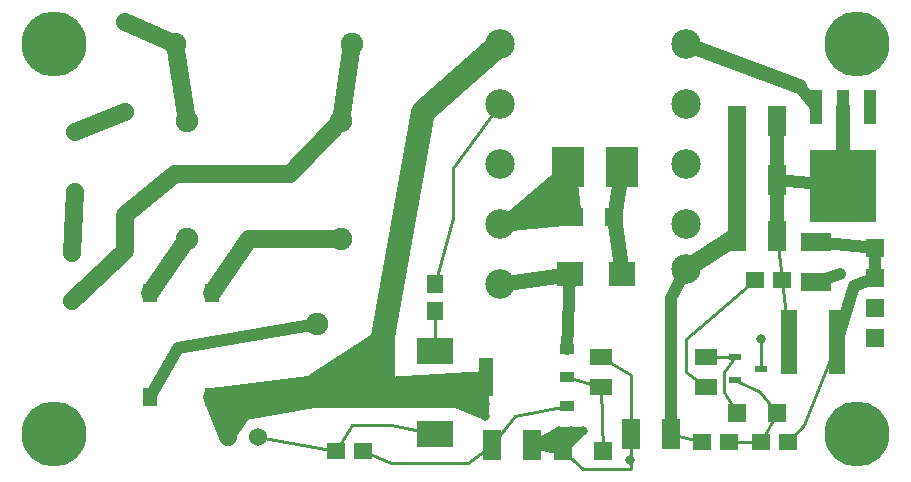
<source format=gbr>
%FSLAX35Y35*%
%MOIN*%
G04 EasyPC Gerber Version 18.0.9 Build 3640 *
%ADD95R,0.04134X0.02362*%
%ADD87R,0.03937X0.11220*%
%ADD92R,0.04724X0.05984*%
%ADD83R,0.04724X0.12795*%
%ADD94R,0.05500X0.06000*%
%ADD84R,0.05630X0.21654*%
%ADD82R,0.04724X0.03740*%
%ADD96R,0.07283X0.05315*%
%ADD91R,0.06000X0.05500*%
%ADD89R,0.06300X0.10200*%
%ADD90R,0.10200X0.06300*%
%ADD86R,0.11024X0.13583*%
%ADD88R,0.21850X0.24016*%
%ADD15R,0.06000X0.06000*%
%ADD93R,0.06300X0.06300*%
%ADD71C,0.01000*%
%ADD10C,0.02500*%
%ADD70C,0.03200*%
%ADD21C,0.03937*%
%ADD99C,0.04724*%
%ADD98C,0.05118*%
%ADD20C,0.05906*%
%ADD17C,0.06000*%
%ADD16C,0.06000*%
%ADD18C,0.07480*%
%ADD14C,0.07500*%
%ADD13C,0.07500*%
%ADD19C,0.07874*%
%ADD12C,0.09843*%
%ADD11C,0.21654*%
%ADD85R,0.08858X0.08346*%
%ADD97R,0.12402X0.08661*%
X0Y0D02*
D02*
D10*
X102612Y25841D02*
X79974Y21904D01*
X74069Y13045*
X68163Y27809*
X103596Y32730*
X102612Y25841*
G36*
X79974Y21904*
X74069Y13045*
X68163Y27809*
X103596Y32730*
X102612Y25841*
G37*
X128203Y50447D02*
Y29778D01*
X106549Y28793*
X128203Y50447*
G36*
Y29778*
X106549Y28793*
X128203Y50447*
G37*
X159699Y21904D02*
Y34699D01*
X102612Y31746*
Y25841*
X149856*
X159699Y21904*
G36*
Y34699*
X102612Y31746*
Y25841*
X149856*
X159699Y21904*
G37*
X164817Y86077D02*
X186864Y104974D01*
X189226Y88045*
X164817Y86077*
G36*
X186864Y104974*
X189226Y88045*
X164817Y86077*
G37*
X192179Y16982D02*
X185289Y10093D01*
X175447Y12061*
X184305Y16982*
X192179*
G36*
X185289Y10093*
X175447Y12061*
X184305Y16982*
X192179*
G37*
D02*
D11*
X15998Y15998D03*
Y145919D03*
X283715Y15998D03*
Y145919D03*
D02*
D12*
X164596Y65715D03*
Y85715D03*
Y105715D03*
Y125715D03*
Y145715D03*
X226596Y70715D03*
Y85715D03*
Y105715D03*
Y125715D03*
Y145715D03*
D02*
D13*
X103596Y52415D03*
D02*
D14*
Y32415D03*
D02*
D15*
X289620Y48006D03*
Y58006D03*
Y68006D03*
Y78006D03*
D02*
D16*
X22888Y96392D03*
Y116392D03*
X39620Y123281D03*
Y153281D03*
X73911Y15014D03*
X83911D03*
D02*
D17*
X21904Y60289D03*
Y76037D03*
D02*
D18*
X56352Y145919D03*
X60289Y80959D03*
Y120329D03*
X111470Y80959D03*
Y120329D03*
X115407Y145919D03*
D02*
D19*
X103596Y32415D02*
X125250Y46510D01*
X139030Y123281*
X164596Y145715*
D02*
D70*
X159699Y21904D03*
Y25841D03*
X184305Y16982D03*
X188242D03*
X192179D03*
X207927Y7140D03*
X251628Y47494D03*
X277809Y69148D03*
D02*
D71*
X109923Y10093D02*
X83911Y15014D01*
X118923Y10093D02*
X128203Y6156D01*
X153793*
X161857Y12061*
X142967Y15998D02*
X128203Y18951D01*
X115407*
X109923Y10093*
X142967Y56774D02*
Y43557D01*
Y65774D02*
X148872Y87848D01*
Y104581*
X164596Y125715*
X161857Y12061D02*
X169541Y21904D01*
X186864Y25250*
X175257Y12061D02*
X184305Y16982D01*
X185479Y10093D02*
X192179Y4187D01*
X208117*
Y15998*
X185479Y10093D02*
X175257Y12061D01*
X186864Y34699D02*
X198183Y31667D01*
X198879Y10093*
X208117Y15998D02*
Y35683D01*
X198183Y41667*
X231970Y13045D02*
X221517Y15998D01*
X233419Y31667D02*
X226628Y36667D01*
Y47494*
X249687Y67179*
X240970Y13045D02*
X251656D01*
X242967Y41392D02*
X233419Y41667D01*
X243550Y22888D02*
X239423Y29778D01*
Y36667*
X242967Y41392*
X251628Y37652D02*
Y47494D01*
X256950Y22888D02*
X251234Y29778D01*
X242967Y33911*
X256950Y22888D02*
X251656Y13045D01*
X258687Y67179D02*
X260998Y46510D01*
X258687Y67179D02*
X256950Y81943D01*
X260656Y13045D02*
X265998Y18951D01*
X276904Y46510*
D02*
D20*
X21904Y60289D02*
X39620Y77022D01*
Y88833*
X56352Y102612*
X94738*
X111470Y120329*
X21904Y76037D02*
X22888Y96392D01*
Y116392D02*
X39620Y123281D01*
Y153281D02*
X56352Y145919D01*
X60289Y80959D02*
X48085Y62730D01*
X60289Y120329D02*
X56352Y145919D01*
X68557Y28321D02*
X103596Y32415D01*
X68557Y28321D02*
X73911Y15014D01*
X68557Y62730D02*
X80959Y80959D01*
X111470*
X103596Y32415D02*
X122297D01*
X127279Y32716*
X111470Y120329D02*
X115407Y145919D01*
X226596Y70715D02*
X243550Y81943D01*
Y100644*
Y120329D02*
Y100644D01*
D02*
D21*
X103596Y52415D02*
X57337Y44541D01*
X48085Y28321*
X127279Y32716D02*
X160093Y34699D01*
X186864Y44148D02*
X187907Y69148D01*
X221517Y15998D02*
Y61274D01*
X226596Y70715*
X256950Y100644D02*
X278793Y98675D01*
X269793Y124856D02*
X264423Y131746D01*
X269935Y66385D02*
X277809Y69148D01*
X276904Y46510D02*
X282730Y65211D01*
X289620Y68006*
Y78006D02*
Y68006D01*
Y78006D02*
X269935Y79785D01*
D02*
D82*
X186864Y25250D03*
Y34699D03*
Y44148D03*
D02*
D83*
X160093Y34699D03*
D02*
D84*
X260998Y46510D03*
X276904D03*
D02*
D85*
X187907Y69148D03*
X205112D03*
D02*
D86*
X187258Y104974D03*
X205368D03*
D02*
D87*
X269793Y124856D03*
X278793D03*
X287793D03*
D02*
D88*
X278793Y98675D03*
D02*
D89*
X161857Y12061D03*
X175257D03*
X208117Y15998D03*
X221517D03*
X243550Y81943D03*
Y100644D03*
Y120329D03*
X256950Y81943D03*
Y100644D03*
Y120329D03*
D02*
D90*
X269935Y66385D03*
Y79785D03*
D02*
D91*
X109923Y10093D03*
X118923D03*
X231970Y13045D03*
X240970D03*
X249687Y67179D03*
X251656Y13045D03*
X258687Y67179D03*
X260656Y13045D03*
D02*
D92*
X48085Y28321D03*
Y62730D03*
X68557Y28321D03*
Y62730D03*
D02*
D93*
X185479Y10093D03*
X189318Y88341D03*
X198879Y10093D03*
X202718Y88341D03*
X243550Y22888D03*
X256950D03*
D02*
D94*
X142967Y56774D03*
Y65774D03*
D02*
D95*
X242967Y33911D03*
Y41392D03*
X251628Y37652D03*
D02*
D96*
X198183Y31667D03*
Y41667D03*
X233419Y31667D03*
Y41667D03*
D02*
D97*
X142967Y15998D03*
Y43557D03*
D02*
D98*
X164596Y65715D02*
X187907Y69148D01*
X164596Y85715D02*
X189318Y88341D01*
X187258Y104974D02*
X189318Y88341D01*
X202718D02*
X205368Y104974D01*
X205112Y69148D02*
X202718Y88341D01*
X264423Y131746D02*
X226596Y145715D01*
D02*
D99*
X256950Y100644D02*
Y120329D01*
Y100644D02*
Y81943D01*
X278793Y98675D02*
Y124856D01*
X0Y0D02*
M02*

</source>
